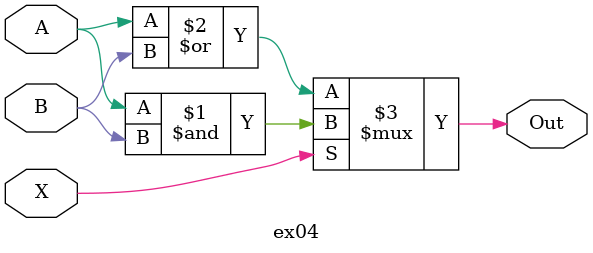
<source format=sv>
module ex04 (X, A, B, Out);

input X, A, B;
output Out;

// X = 1 soma A e B
// X = 0 subtrai A e B

assign Out = X ? (A & B) : (A | B); 

endmodule

</source>
